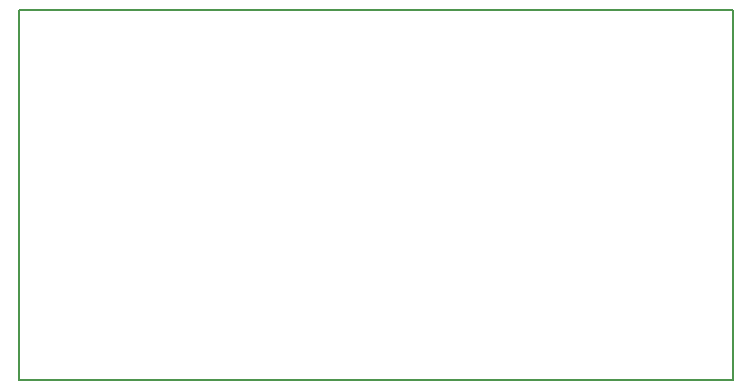
<source format=gm1>
%TF.GenerationSoftware,KiCad,Pcbnew,(6.0.4-0)*%
%TF.CreationDate,2022-03-28T18:44:13+01:00*%
%TF.ProjectId,SevenSegmentModule,53657665-6e53-4656-976d-656e744d6f64,rev?*%
%TF.SameCoordinates,Original*%
%TF.FileFunction,Profile,NP*%
%FSLAX46Y46*%
G04 Gerber Fmt 4.6, Leading zero omitted, Abs format (unit mm)*
G04 Created by KiCad (PCBNEW (6.0.4-0)) date 2022-03-28 18:44:13*
%MOMM*%
%LPD*%
G01*
G04 APERTURE LIST*
%TA.AperFunction,Profile*%
%ADD10C,0.200000*%
%TD*%
G04 APERTURE END LIST*
D10*
X134620000Y-71628000D02*
X195072000Y-71628000D01*
X195072000Y-71628000D02*
X195072000Y-102997000D01*
X195072000Y-102997000D02*
X134620000Y-102997000D01*
X134620000Y-102997000D02*
X134620000Y-71628000D01*
M02*

</source>
